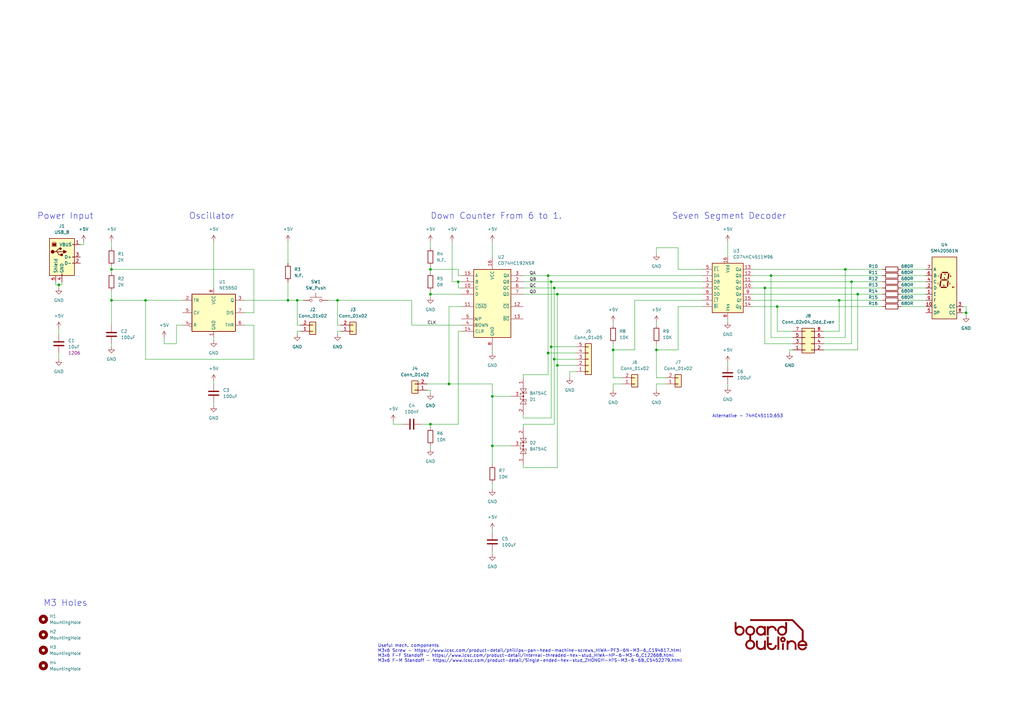
<source format=kicad_sch>
(kicad_sch (version 20230121) (generator eeschema)
  (paper "A3")
  (title_block (title "SMD Solder Tutorial Dice ") (date "2024-04-24") (rev "V1.0"))
  (lib_symbols
    (symbol "4xxx_IEEE:4511"
      (property "Reference" "U" (at 8.89 11.43 0))
      (property "Value" "4511" (at 8.89 -11.43 0))
      (symbol "4511_1_1"
        (pin input line (at -10.16 2.54 0) (length 3.81) (name "DB") (number "1"))
        (pin output line (at 10.16 0 180) (length 3.81) (name "Qd") (number "10"))
        (pin output line (at 10.16 2.54 180) (length 3.81) (name "Qc") (number "11"))
        (pin output line (at 10.16 5.08 180) (length 3.81) (name "Qb") (number "12"))
        (pin output line (at 10.16 7.62 180) (length 3.81) (name "Qa") (number "13"))
        (pin output line (at 10.16 -7.62 180) (length 3.81) (name "Qg") (number "14"))
        (pin output line (at 10.16 -5.08 180) (length 3.81) (name "Qf") (number "15"))
        (pin power_in line (at 0 12.7 270) (length 2.54) (name "Vdd") (number "16"))
        (pin input line (at -10.16 0 0) (length 3.81) (name "DC") (number "2"))
        (pin input line (at -10.16 -5.08 0) (length 3.81) (name "~{LT}") (number "3"))
        (pin input line (at -10.16 -7.62 0) (length 3.81) (name "~{BI}") (number "4"))
        (pin input line (at -10.16 7.62 0) (length 3.81) (name "~{EL}") (number "5"))
        (pin input line (at -10.16 -2.54 0) (length 3.81) (name "DD") (number "6"))
        (pin input line (at -10.16 5.08 0) (length 3.81) (name "DA") (number "7"))
        (pin power_in line (at 0 -12.7 90) (length 2.54) (name "Vss") (number "8"))
        (pin output line (at 10.16 -2.54 180) (length 3.81) (name "Qe") (number "9"))
      )
    )
    (symbol "74xx:74LS192"
      (property "Reference" "U" (at -7.62 13.97 0))
      (property "Value" "74LS192" (at 5.08 13.97 0))
      (symbol "74LS192_1_0"
        (pin input line (at -12.7 7.62 0) (length 5.08) (name "B") (number "1"))
        (pin input line (at -12.7 5.08 0) (length 5.08) (name "C") (number "10"))
        (pin input line (at -12.7 -2.54 0) (length 5.08) (name "~{LOAD}") (number "11"))
        (pin output line (at 12.7 -2.54 180) (length 5.08) (name "~{CO}") (number "12"))
        (pin output line (at 12.7 -7.62 180) (length 5.08) (name "~{BO}") (number "13"))
        (pin input line (at -12.7 -12.7 0) (length 5.08) (name "CLR") (number "14"))
        (pin input line (at -12.7 10.16 0) (length 5.08) (name "A") (number "15"))
        (pin power_in line (at 0 17.78 270) (length 5.08) (name "VCC") (number "16"))
        (pin output line (at 12.7 7.62 180) (length 5.08) (name "QB") (number "2"))
        (pin output line (at 12.7 10.16 180) (length 5.08) (name "QA") (number "3"))
        (pin input clock (at -12.7 -10.16 0) (length 5.08) (name "DOWN") (number "4"))
        (pin input clock (at -12.7 -7.62 0) (length 5.08) (name "UP") (number "5"))
        (pin output line (at 12.7 5.08 180) (length 5.08) (name "QC") (number "6"))
        (pin output line (at 12.7 2.54 180) (length 5.08) (name "QD") (number "7"))
        (pin power_in line (at 0 -20.32 90) (length 5.08) (name "GND") (number "8"))
        (pin input line (at -12.7 2.54 0) (length 5.08) (name "D") (number "9"))
      )
    )
    (symbol "Connector:USB_B" (pin_names (offset 1.016))
      (property "Reference" "J" (at -5.08 11.43 0))
      (property "Value" "USB_B" (at -5.08 8.89 0))
      (symbol "USB_B_1_1"
        (pin power_out line (at 7.62 5.08 180) (length 2.54) (name "VBUS") (number "1"))
        (pin bidirectional line (at 7.62 -2.54 180) (length 2.54) (name "D-") (number "2"))
        (pin bidirectional line (at 7.62 0 180) (length 2.54) (name "D+") (number "3"))
        (pin power_out line (at 0 -10.16 90) (length 2.54) (name "GND") (number "4"))
        (pin passive line (at -2.54 -10.16 90) (length 2.54) (name "Shield") (number "5"))
      )
    )
    (symbol "Connector_Generic:Conn_01x02" (pin_names (offset 1.016) hide)
      (property "Reference" "J" (at 0 2.54 0))
      (property "Value" "Conn_01x02" (at 0 -5.08 0))
      (symbol "Conn_01x02_1_1"
        (pin passive line (at -5.08 0 0) (length 3.81) (name "Pin_1") (number "1"))
        (pin passive line (at -5.08 -2.54 0) (length 3.81) (name "Pin_2") (number "2"))
      )
    )
    (symbol "Connector_Generic:Conn_01x05" (pin_names (offset 1.016) hide)
      (property "Reference" "J" (at 0 7.62 0))
      (property "Value" "Conn_01x05" (at 0 -7.62 0))
      (symbol "Conn_01x05_1_1"
        (pin passive line (at -5.08 5.08 0) (length 3.81) (name "Pin_1") (number "1"))
        (pin passive line (at -5.08 2.54 0) (length 3.81) (name "Pin_2") (number "2"))
        (pin passive line (at -5.08 0 0) (length 3.81) (name "Pin_3") (number "3"))
        (pin passive line (at -5.08 -2.54 0) (length 3.81) (name "Pin_4") (number "4"))
        (pin passive line (at -5.08 -5.08 0) (length 3.81) (name "Pin_5") (number "5"))
      )
    )
    (symbol "Connector_Generic:Conn_02x04_Odd_Even" (pin_names (offset 1.016) hide)
      (property "Reference" "J" (at 1.27 5.08 0))
      (property "Value" "Conn_02x04_Odd_Even" (at 1.27 -7.62 0))
      (symbol "Conn_02x04_Odd_Even_1_1"
        (pin passive line (at -5.08 2.54 0) (length 3.81) (name "Pin_1") (number "1"))
        (pin passive line (at 7.62 2.54 180) (length 3.81) (name "Pin_2") (number "2"))
        (pin passive line (at -5.08 0 0) (length 3.81) (name "Pin_3") (number "3"))
        (pin passive line (at 7.62 0 180) (length 3.81) (name "Pin_4") (number "4"))
        (pin passive line (at -5.08 -2.54 0) (length 3.81) (name "Pin_5") (number "5"))
        (pin passive line (at 7.62 -2.54 180) (length 3.81) (name "Pin_6") (number "6"))
        (pin passive line (at -5.08 -5.08 0) (length 3.81) (name "Pin_7") (number "7"))
        (pin passive line (at 7.62 -5.08 180) (length 3.81) (name "Pin_8") (number "8"))
      )
    )
    (symbol "Device:C" (pin_numbers hide) (pin_names (offset 0.254))
      (property "Reference" "C" (at 0.635 2.54 0))
      (property "Value" "C" (at 0.635 -2.54 0))
      (symbol "C_1_1"
        (pin passive line (at 0 3.81 270) (length 2.794) (name "~") (number "1"))
        (pin passive line (at 0 -3.81 90) (length 2.794) (name "~") (number "2"))
      )
    )
    (symbol "Device:R" (pin_numbers hide) (pin_names (offset 0))
      (property "Reference" "R" (at 2.032 0 90))
      (property "Value" "R" (at 0 0 90))
      (symbol "R_1_1"
        (pin passive line (at 0 3.81 270) (length 1.27) (name "~") (number "1"))
        (pin passive line (at 0 -3.81 90) (length 1.27) (name "~") (number "2"))
      )
    )
    (symbol "Diode:BAT54C" (pin_names (offset 1.016))
      (property "Reference" "D" (at 0.635 -3.81 0))
      (property "Value" "BAT54C" (at -6.35 3.175 0))
      (symbol "BAT54C_1_1"
        (pin passive line (at -7.62 0 0) (length 3.81) (name "~") (number "1"))
        (pin passive line (at 7.62 0 180) (length 3.81) (name "~") (number "2"))
        (pin passive line (at 0 -5.08 90) (length 5.08) (name "~") (number "3"))
      )
    )
    (symbol "Display_Character:SM420561N"
      (property "Reference" "U" (at -2.54 13.97 0))
      (property "Value" "SM420561N" (at 1.27 13.97 0))
      (symbol "SM420561N_0_0"
        (text "A" (at 0.254 5.588 0) (effects (font (size 0.508 0.508))))
        (text "B" (at 2.54 4.826 0) (effects (font (size 0.508 0.508))))
        (text "C" (at 2.286 1.778 0) (effects (font (size 0.508 0.508))))
        (text "D" (at -0.254 1.016 0) (effects (font (size 0.508 0.508))))
        (text "DP" (at 3.556 0.254 0) (effects (font (size 0.508 0.508))))
        (text "E" (at -2.54 1.778 0) (effects (font (size 0.508 0.508))))
        (text "F" (at -2.286 4.826 0) (effects (font (size 0.508 0.508))))
        (text "G" (at 0 4.064 0) (effects (font (size 0.508 0.508))))
      )
      (symbol "SM420561N_1_1"
        (pin input line (at -7.62 -2.54 0) (length 2.54) (name "E") (number "1"))
        (pin input line (at -7.62 -7.62 0) (length 2.54) (name "G") (number "10"))
        (pin input line (at -7.62 0 0) (length 2.54) (name "D") (number "2"))
        (pin input line (at 7.62 -7.62 180) (length 2.54) (name "CC") (number "3"))
        (pin input line (at -7.62 2.54 0) (length 2.54) (name "C") (number "4"))
        (pin input line (at -7.62 -10.16 0) (length 2.54) (name "DP") (number "5"))
        (pin input line (at -7.62 5.08 0) (length 2.54) (name "B") (number "6"))
        (pin input line (at -7.62 7.62 0) (length 2.54) (name "A") (number "7"))
        (pin input line (at 7.62 -10.16 180) (length 2.54) (name "CC") (number "8"))
        (pin input line (at -7.62 -5.08 0) (length 2.54) (name "F") (number "9"))
      )
    )
    (symbol "Logo:Board Outline Logo" (pin_numbers hide) (pin_names (offset 1.016) hide) (in_bom no))
    (symbol "Mechanical:MountingHole" (pin_names (offset 1.016))
      (property "Reference" "H" (at 0 5.08 0))
      (property "Value" "MountingHole" (at 0 3.175 0))
    )
    (symbol "Switch:SW_Push" (pin_numbers hide) (pin_names (offset 1.016) hide)
      (property "Reference" "SW" (at 1.27 2.54 0))
      (property "Value" "SW_Push" (at 0 -1.524 0))
      (symbol "SW_Push_0_1"
        (pin passive line (at -5.08 0 0) (length 2.54) (name "1") (number "1"))
        (pin passive line (at 5.08 0 180) (length 2.54) (name "2") (number "2"))
      )
    )
    (symbol "Timer:NE555D"
      (property "Reference" "U" (at -10.16 8.89 0))
      (property "Value" "NE555D" (at 2.54 8.89 0))
      (symbol "NE555D_0_0"
        (pin power_in line (at 0 -10.16 90) (length 2.54) (name "GND") (number "1"))
        (pin power_in line (at 0 10.16 270) (length 2.54) (name "VCC") (number "8"))
      )
      (symbol "NE555D_1_1"
        (pin input line (at -12.7 5.08 0) (length 3.81) (name "TR") (number "2"))
        (pin output line (at 12.7 5.08 180) (length 3.81) (name "Q") (number "3"))
        (pin input inverted (at -12.7 -5.08 0) (length 3.81) (name "R") (number "4"))
        (pin input line (at -12.7 0 0) (length 3.81) (name "CV") (number "5"))
        (pin input line (at 12.7 -5.08 180) (length 3.81) (name "THR") (number "6"))
        (pin input line (at 12.7 0 180) (length 3.81) (name "DIS") (number "7"))
      )
    )
    (symbol "power:+5V" (power) (pin_names (offset 0))
      (property "Value" "+5V" (at 0 3.556 0))
      (symbol "+5V_1_1"
        (pin power_in line (at 0 0 90) (length 0) hide (name "+5V") (number "1"))
      )
    )
    (symbol "power:GND" (power) (pin_names (offset 0))
      (property "Value" "GND" (at 0 -3.81 0))
      (symbol "GND_1_1"
        (pin power_in line (at 0 0 270) (length 0) hide (name "GND") (number "1"))
      )
    )
  )
  (junction (at 228.6 149.86))
  (junction (at 45.72 123.19))
  (junction (at 118.11 123.19))
  (junction (at 201.93 182.88))
  (junction (at 224.79 144.78))
  (junction (at 121.92 123.19))
  (junction (at 344.17 123.19))
  (junction (at 176.53 110.49))
  (junction (at 138.43 123.19))
  (junction (at 228.6 120.65))
  (junction (at 269.24 143.51))
  (junction (at 226.06 115.57))
  (junction (at 349.25 115.57))
  (junction (at 176.53 120.65))
  (junction (at 227.33 147.32))
  (junction (at 187.96 115.57))
  (junction (at 226.06 142.24))
  (junction (at 318.77 125.73))
  (junction (at 346.71 110.49))
  (junction (at 396.24 128.27))
  (junction (at 176.53 173.99))
  (junction (at 316.23 113.03))
  (junction (at 201.93 162.56))
  (junction (at 59.69 123.19))
  (junction (at 184.15 157.48))
  (junction (at 351.79 120.65))
  (junction (at 224.79 113.03))
  (junction (at 24.13 116.84))
  (junction (at 227.33 118.11))
  (junction (at 313.69 118.11))
  (junction (at 45.72 110.49))
  (junction (at 251.46 143.51))
  (wire (pts (xy 185.42 99.06) (xy 185.42 115.57)))
  (wire (pts (xy 121.92 123.19) (xy 124.46 123.19)))
  (wire (pts (xy 269.24 157.48) (xy 273.05 157.48)))
  (wire (pts (xy 269.24 143.51) (xy 269.24 154.94)))
  (wire (pts (xy 176.53 120.65) (xy 189.23 120.65)))
  (wire (pts (xy 228.6 149.86) (xy 228.6 191.77)))
  (wire (pts (xy 34.29 99.06) (xy 34.29 100.33)))
  (wire (pts (xy 67.31 138.43) (xy 67.31 140.97)))
  (wire (pts (xy 369.57 110.49) (xy 379.73 110.49)))
  (wire (pts (xy 346.71 138.43) (xy 346.71 110.49)))
  (wire (pts (xy 121.92 133.35) (xy 121.92 123.19)))
  (wire (pts (xy 214.63 170.18) (xy 214.63 171.45)))
  (wire (pts (xy 278.13 125.73) (xy 278.13 143.51)))
  (wire (pts (xy 104.14 128.27) (xy 104.14 110.49)))
  (wire (pts (xy 161.29 173.99) (xy 165.1 173.99)))
  (wire (pts (xy 139.7 133.35) (xy 138.43 133.35)))
  (wire (pts (xy 176.53 109.22) (xy 176.53 110.49)))
  (wire (pts (xy 337.82 135.89) (xy 344.17 135.89)))
  (wire (pts (xy 227.33 147.32) (xy 236.22 147.32)))
  (wire (pts (xy 121.92 135.89) (xy 121.92 137.16)))
  (wire (pts (xy 168.91 133.35) (xy 189.23 133.35)))
  (wire (pts (xy 318.77 125.73) (xy 361.95 125.73)))
  (wire (pts (xy 396.24 125.73) (xy 396.24 128.27)))
  (wire (pts (xy 349.25 140.97) (xy 349.25 115.57)))
  (wire (pts (xy 176.53 121.92) (xy 176.53 120.65)))
  (wire (pts (xy 227.33 147.32) (xy 227.33 173.99)))
  (wire (pts (xy 228.6 191.77) (xy 214.63 191.77)))
  (wire (pts (xy 344.17 123.19) (xy 361.95 123.19)))
  (wire (pts (xy 67.31 140.97) (xy 72.39 140.97)))
  (wire (pts (xy 45.72 110.49) (xy 45.72 111.76)))
  (wire (pts (xy 187.96 118.11) (xy 189.23 118.11)))
  (wire (pts (xy 251.46 157.48) (xy 255.27 157.48)))
  (wire (pts (xy 123.19 133.35) (xy 121.92 133.35)))
  (wire (pts (xy 214.63 153.67) (xy 214.63 154.94)))
  (wire (pts (xy 269.24 157.48) (xy 269.24 160.02)))
  (wire (pts (xy 251.46 143.51) (xy 260.35 143.51)))
  (wire (pts (xy 269.24 101.6) (xy 269.24 104.14)))
  (wire (pts (xy 214.63 191.77) (xy 214.63 190.5)))
  (wire (pts (xy 24.13 134.62) (xy 24.13 137.16)))
  (wire (pts (xy 233.68 152.4) (xy 233.68 154.94)))
  (wire (pts (xy 396.24 128.27) (xy 394.97 128.27)))
  (wire (pts (xy 313.69 140.97) (xy 313.69 118.11)))
  (wire (pts (xy 100.33 133.35) (xy 104.14 133.35)))
  (wire (pts (xy 201.93 157.48) (xy 201.93 162.56)))
  (wire (pts (xy 201.93 217.17) (xy 201.93 218.44)))
  (wire (pts (xy 214.63 120.65) (xy 228.6 120.65)))
  (wire (pts (xy 269.24 143.51) (xy 278.13 143.51)))
  (wire (pts (xy 138.43 133.35) (xy 138.43 123.19)))
  (wire (pts (xy 323.85 143.51) (xy 323.85 144.78)))
  (wire (pts (xy 87.63 99.06) (xy 87.63 118.11)))
  (wire (pts (xy 325.12 135.89) (xy 318.77 135.89)))
  (wire (pts (xy 227.33 118.11) (xy 227.33 147.32)))
  (wire (pts (xy 298.45 157.48) (xy 298.45 158.75)))
  (wire (pts (xy 214.63 113.03) (xy 224.79 113.03)))
  (wire (pts (xy 251.46 157.48) (xy 251.46 160.02)))
  (wire (pts (xy 184.15 157.48) (xy 201.93 157.48)))
  (wire (pts (xy 226.06 115.57) (xy 226.06 142.24)))
  (wire (pts (xy 273.05 154.94) (xy 269.24 154.94)))
  (wire (pts (xy 228.6 120.65) (xy 288.29 120.65)))
  (wire (pts (xy 337.82 138.43) (xy 346.71 138.43)))
  (wire (pts (xy 396.24 128.27) (xy 396.24 129.54)))
  (wire (pts (xy 227.33 118.11) (xy 288.29 118.11)))
  (wire (pts (xy 251.46 143.51) (xy 251.46 154.94)))
  (wire (pts (xy 209.55 182.88) (xy 201.93 182.88)))
  (wire (pts (xy 138.43 135.89) (xy 138.43 137.16)))
  (wire (pts (xy 201.93 99.06) (xy 201.93 105.41)))
  (wire (pts (xy 214.63 115.57) (xy 226.06 115.57)))
  (wire (pts (xy 201.93 162.56) (xy 201.93 182.88)))
  (wire (pts (xy 45.72 99.06) (xy 45.72 101.6)))
  (wire (pts (xy 214.63 171.45) (xy 226.06 171.45)))
  (wire (pts (xy 308.61 125.73) (xy 318.77 125.73)))
  (wire (pts (xy 251.46 132.08) (xy 251.46 133.35)))
  (wire (pts (xy 185.42 115.57) (xy 187.96 115.57)))
  (wire (pts (xy 308.61 115.57) (xy 349.25 115.57)))
  (wire (pts (xy 22.86 115.57) (xy 22.86 116.84)))
  (wire (pts (xy 118.11 123.19) (xy 121.92 123.19)))
  (wire (pts (xy 288.29 123.19) (xy 260.35 123.19)))
  (wire (pts (xy 100.33 123.19) (xy 118.11 123.19)))
  (wire (pts (xy 369.57 120.65) (xy 379.73 120.65)))
  (wire (pts (xy 34.29 100.33) (xy 33.02 100.33)))
  (wire (pts (xy 325.12 143.51) (xy 323.85 143.51)))
  (wire (pts (xy 224.79 144.78) (xy 236.22 144.78)))
  (wire (pts (xy 369.57 123.19) (xy 379.73 123.19)))
  (wire (pts (xy 59.69 123.19) (xy 74.93 123.19)))
  (wire (pts (xy 87.63 156.21) (xy 87.63 157.48)))
  (wire (pts (xy 134.62 123.19) (xy 138.43 123.19)))
  (wire (pts (xy 189.23 113.03) (xy 187.96 113.03)))
  (wire (pts (xy 226.06 142.24) (xy 236.22 142.24)))
  (wire (pts (xy 298.45 132.08) (xy 298.45 130.81)))
  (wire (pts (xy 87.63 139.7) (xy 87.63 138.43)))
  (wire (pts (xy 176.53 120.65) (xy 176.53 119.38)))
  (wire (pts (xy 187.96 115.57) (xy 187.96 118.11)))
  (wire (pts (xy 351.79 143.51) (xy 351.79 120.65)))
  (wire (pts (xy 214.63 175.26) (xy 214.63 173.99)))
  (wire (pts (xy 187.96 110.49) (xy 176.53 110.49)))
  (wire (pts (xy 308.61 123.19) (xy 344.17 123.19)))
  (wire (pts (xy 187.96 135.89) (xy 187.96 173.99)))
  (wire (pts (xy 45.72 123.19) (xy 45.72 133.35)))
  (wire (pts (xy 298.45 99.06) (xy 298.45 105.41)))
  (wire (pts (xy 176.53 160.02) (xy 176.53 161.29)))
  (wire (pts (xy 313.69 118.11) (xy 361.95 118.11)))
  (wire (pts (xy 176.53 173.99) (xy 172.72 173.99)))
  (wire (pts (xy 201.93 162.56) (xy 209.55 162.56)))
  (wire (pts (xy 325.12 140.97) (xy 313.69 140.97)))
  (wire (pts (xy 278.13 101.6) (xy 278.13 110.49)))
  (wire (pts (xy 176.53 184.15) (xy 176.53 182.88)))
  (wire (pts (xy 298.45 148.59) (xy 298.45 149.86)))
  (wire (pts (xy 25.4 115.57) (xy 25.4 116.84)))
  (wire (pts (xy 45.72 109.22) (xy 45.72 110.49)))
  (wire (pts (xy 22.86 116.84) (xy 24.13 116.84)))
  (wire (pts (xy 45.72 123.19) (xy 59.69 123.19)))
  (wire (pts (xy 316.23 138.43) (xy 316.23 113.03)))
  (wire (pts (xy 187.96 115.57) (xy 189.23 115.57)))
  (wire (pts (xy 184.15 157.48) (xy 184.15 125.73)))
  (wire (pts (xy 337.82 143.51) (xy 351.79 143.51)))
  (wire (pts (xy 260.35 123.19) (xy 260.35 143.51)))
  (wire (pts (xy 236.22 152.4) (xy 233.68 152.4)))
  (wire (pts (xy 201.93 200.66) (xy 201.93 198.12)))
  (wire (pts (xy 138.43 123.19) (xy 168.91 123.19)))
  (wire (pts (xy 176.53 173.99) (xy 176.53 175.26)))
  (wire (pts (xy 104.14 147.32) (xy 59.69 147.32)))
  (wire (pts (xy 118.11 99.06) (xy 118.11 107.95)))
  (wire (pts (xy 24.13 116.84) (xy 25.4 116.84)))
  (wire (pts (xy 269.24 101.6) (xy 278.13 101.6)))
  (wire (pts (xy 308.61 118.11) (xy 313.69 118.11)))
  (wire (pts (xy 224.79 144.78) (xy 224.79 153.67)))
  (wire (pts (xy 176.53 173.99) (xy 187.96 173.99)))
  (wire (pts (xy 346.71 110.49) (xy 361.95 110.49)))
  (wire (pts (xy 214.63 153.67) (xy 224.79 153.67)))
  (wire (pts (xy 351.79 120.65) (xy 361.95 120.65)))
  (wire (pts (xy 308.61 120.65) (xy 351.79 120.65)))
  (wire (pts (xy 45.72 110.49) (xy 104.14 110.49)))
  (wire (pts (xy 175.26 157.48) (xy 184.15 157.48)))
  (wire (pts (xy 288.29 110.49) (xy 278.13 110.49)))
  (wire (pts (xy 161.29 172.72) (xy 161.29 173.99)))
  (wire (pts (xy 176.53 110.49) (xy 176.53 111.76)))
  (wire (pts (xy 45.72 140.97) (xy 45.72 142.24)))
  (wire (pts (xy 87.63 165.1) (xy 87.63 166.37)))
  (wire (pts (xy 316.23 113.03) (xy 361.95 113.03)))
  (wire (pts (xy 24.13 116.84) (xy 24.13 118.11)))
  (wire (pts (xy 308.61 113.03) (xy 316.23 113.03)))
  (wire (pts (xy 308.61 110.49) (xy 346.71 110.49)))
  (wire (pts (xy 187.96 113.03) (xy 187.96 110.49)))
  (wire (pts (xy 184.15 125.73) (xy 189.23 125.73)))
  (wire (pts (xy 349.25 115.57) (xy 361.95 115.57)))
  (wire (pts (xy 201.93 182.88) (xy 201.93 190.5)))
  (wire (pts (xy 251.46 140.97) (xy 251.46 143.51)))
  (wire (pts (xy 224.79 113.03) (xy 288.29 113.03)))
  (wire (pts (xy 369.57 115.57) (xy 379.73 115.57)))
  (wire (pts (xy 344.17 135.89) (xy 344.17 123.19)))
  (wire (pts (xy 201.93 226.06) (xy 201.93 227.33)))
  (wire (pts (xy 118.11 115.57) (xy 118.11 123.19)))
  (wire (pts (xy 214.63 173.99) (xy 227.33 173.99)))
  (wire (pts (xy 24.13 147.32) (xy 24.13 144.78)))
  (wire (pts (xy 201.93 144.78) (xy 201.93 143.51)))
  (wire (pts (xy 269.24 132.08) (xy 269.24 133.35)))
  (wire (pts (xy 72.39 133.35) (xy 74.93 133.35)))
  (wire (pts (xy 45.72 119.38) (xy 45.72 123.19)))
  (wire (pts (xy 189.23 135.89) (xy 187.96 135.89)))
  (wire (pts (xy 104.14 133.35) (xy 104.14 147.32)))
  (wire (pts (xy 337.82 140.97) (xy 349.25 140.97)))
  (wire (pts (xy 214.63 118.11) (xy 227.33 118.11)))
  (wire (pts (xy 176.53 99.06) (xy 176.53 101.6)))
  (wire (pts (xy 255.27 154.94) (xy 251.46 154.94)))
  (wire (pts (xy 226.06 142.24) (xy 226.06 171.45)))
  (wire (pts (xy 228.6 149.86) (xy 236.22 149.86)))
  (wire (pts (xy 228.6 120.65) (xy 228.6 149.86)))
  (wire (pts (xy 325.12 138.43) (xy 316.23 138.43)))
  (wire (pts (xy 394.97 125.73) (xy 396.24 125.73)))
  (wire (pts (xy 59.69 147.32) (xy 59.69 123.19)))
  (wire (pts (xy 72.39 133.35) (xy 72.39 140.97)))
  (wire (pts (xy 175.26 160.02) (xy 176.53 160.02)))
  (wire (pts (xy 278.13 125.73) (xy 288.29 125.73)))
  (wire (pts (xy 226.06 115.57) (xy 288.29 115.57)))
  (wire (pts (xy 369.57 118.11) (xy 379.73 118.11)))
  (wire (pts (xy 269.24 140.97) (xy 269.24 143.51)))
  (wire (pts (xy 318.77 135.89) (xy 318.77 125.73)))
  (wire (pts (xy 123.19 135.89) (xy 121.92 135.89)))
  (wire (pts (xy 168.91 123.19) (xy 168.91 133.35)))
  (wire (pts (xy 224.79 113.03) (xy 224.79 144.78)))
  (wire (pts (xy 100.33 128.27) (xy 104.14 128.27)))
  (wire (pts (xy 369.57 113.03) (xy 379.73 113.03)))
  (wire (pts (xy 139.7 135.89) (xy 138.43 135.89)))
  (wire (pts (xy 369.57 125.73) (xy 379.73 125.73)))
  (text "Power Input\n" (at 15.24 90.17 0) (effects (font (size 2.56 2.56)) (justify left bottom)))
  (text "Useful mech. components\nM3x6 Screw - https://www.lcsc.com/product-detail/phillips-pan-head-machine-screws_HIWA-PF3-6N-M3-6_C194617.html\nM3x6 F-F Standoff - https://www.lcsc.com/product-detail/internal-threaded-hex-stud_HIWA-HP-6-M3-6_C122668.html\nM3x6 F-M Standoff - https://www.lcsc.com/product-detail/Single-ended-hex-stud_ZHONGYI-HTS-M3-6-6B_C5452279.html " (at 154.94 271.78 0) (effects (font (size 1.27 1.27)) (justify left bottom)))
  (text "Alternative - 74HC4511D,653" (at 292.1 171.45 0) (effects (font (size 1.27 1.27)) (justify left bottom)))
  (text "M3 Holes\n" (at 17.78 248.92 0) (effects (font (size 2.56 2.56)) (justify left bottom)))
  (text "Seven Segment Decoder\n" (at 275.59 90.17 0) (effects (font (size 2.56 2.56)) (justify left bottom)))
  (text "Oscillator" (at 77.47 90.17 0) (effects (font (size 2.56 2.56)) (justify left bottom)))
  (text "Down Counter From 6 to 1." (at 176.53 90.17 0) (effects (font (size 2.56 2.56)) (justify left bottom)))
  (label "QA" (at 217.17 113.03 0))
  (label "QB" (at 217.17 115.57 0))
  (label "QD" (at 217.17 120.65 0))
  (label "QC" (at 217.17 118.11 0))
  (label "CLK" (at 175.26 133.35 0))
  (symbol (lib_id "power:+5V") (at 201.93 217.17 0) (unit 1)
    (property "Reference" "#PWR024" (effects hide))
    (property "Value" "+5V" (at 201.93 212.09 0))
  )
  (symbol (lib_id "power:+5V") (at 161.29 172.72 0) (unit 1)
    (property "Reference" "#PWR015" (effects hide))
    (property "Value" "+5V" (at 161.29 167.64 0))
  )
  (symbol (lib_id "Device:R") (at 365.76 113.03 90) (unit 1)
    (property "Reference" "R11" (at 358.14 111.76 90))
    (property "Value" "680R" (at 372.11 111.76 90))
    (property "Footprint" "Resistor_SMD:R_0805_2012Metric_Pad1.20x1.40mm_HandSolder" (effects hide))
    (property "Size" "0805" (effects hide))
  )
  (symbol (lib_id "Device:R") (at 269.24 137.16 0) (unit 1)
    (property "Reference" "R9" (at 271.78 135.89 0) (effects (justify left)))
    (property "Value" "10K" (at 271.78 138.43 0) (effects (justify left)))
    (property "Footprint" "Resistor_SMD:R_0805_2012Metric_Pad1.20x1.40mm_HandSolder" (effects hide))
    (property "Size" "0805" (effects hide))
  )
  (symbol (lib_id "power:+5V") (at 298.45 148.59 0) (unit 1)
    (property "Reference" "#PWR034" (effects hide))
    (property "Value" "+5V" (at 298.45 143.51 0))
  )
  (symbol (lib_id "Connector_Generic:Conn_02x04_Odd_Even") (at 330.2 140.97 0) (mirror x) (unit 1)
    (property "Reference" "J8" (at 331.47 129.54 0))
    (property "Value" "Conn_02x04_Odd_Even" (at 331.47 132.08 0))
    (property "Footprint" "Connector_PinHeader_2.54mm:PinHeader_2x04_P2.54mm_Vertical" (effects hide))
  )
  (symbol (lib_id "Device:R") (at 251.46 137.16 0) (unit 1)
    (property "Reference" "R8" (at 254 135.89 0) (effects (justify left)))
    (property "Value" "10K" (at 254 138.43 0) (effects (justify left)))
    (property "Footprint" "Resistor_SMD:R_0805_2012Metric_Pad1.20x1.40mm_HandSolder" (effects hide))
    (property "Size" "0805" (effects hide))
  )
  (symbol (lib_id "Mechanical:MountingHole") (at 17.78 260.35 0) (unit 1)
    (property "Reference" "H2" (at 20.32 259.08 0) (effects (justify left)))
    (property "Value" "MountingHole" (at 20.32 261.62 0) (effects (justify left)))
    (property "Footprint" "MountingHole:MountingHole_3.2mm_M3_DIN965" (effects hide))
  )
  (symbol (lib_id "power:+5V") (at 87.63 156.21 0) (unit 1)
    (property "Reference" "#PWR010" (effects hide))
    (property "Value" "+5V" (at 87.63 151.13 0))
  )
  (symbol (lib_id "Connector:USB_B") (at 25.4 105.41 0) (unit 1)
    (property "Reference" "J1" (at 25.4 92.71 0))
    (property "Value" "USB_B" (at 25.4 95.25 0))
    (property "Footprint" "Connector_USB:USB_B_OST_USB-B1HSxx_Horizontal" (effects hide))
    (property "Datasheet" " ~" (effects hide))
    (property "Manufacturer" "XUNPU" (effects hide))
    (property "Manufacturer Part Number" "USB-B10-BRW" (effects hide))
    (property "Distributor Link" "https://www.lcsc.com/product-detail/USB-Connectors_XUNPU-USB-B10-BRW_C720549.html" (effects hide))
  )
  (symbol (lib_id "power:GND") (at 87.63 139.7 0) (unit 1)
    (property "Reference" "#PWR09" (effects hide))
    (property "Value" "GND" (at 87.63 144.78 0))
  )
  (symbol (lib_id "power:GND") (at 45.72 142.24 0) (unit 1)
    (property "Reference" "#PWR06" (effects hide))
    (property "Value" "GND" (at 45.72 147.32 0))
  )
  (symbol (lib_id "power:GND") (at 396.24 129.54 0) (unit 1)
    (property "Reference" "#PWR037" (effects hide))
    (property "Value" "GND" (at 396.24 134.62 0))
  )
  (symbol (lib_id "power:GND") (at 269.24 160.02 0) (unit 1)
    (property "Reference" "#PWR031" (effects hide))
    (property "Value" "GND" (at 269.24 165.1 0))
  )
  (symbol (lib_id "power:GND") (at 298.45 132.08 0) (unit 1)
    (property "Reference" "#PWR033" (effects hide))
    (property "Value" "GND" (at 298.45 137.16 0))
  )
  (symbol (lib_id "power:+5V") (at 118.11 99.06 0) (unit 1)
    (property "Reference" "#PWR012" (effects hide))
    (property "Value" "+5V" (at 118.11 93.98 0))
  )
  (symbol (lib_id "Device:R") (at 176.53 105.41 0) (unit 1)
    (property "Reference" "R4" (at 179.07 104.14 0) (effects (justify left)))
    (property "Value" "N.F." (at 179.07 106.68 0) (effects (justify left)))
    (property "Footprint" "Resistor_SMD:R_0805_2012Metric_Pad1.20x1.40mm_HandSolder" (effects hide))
    (property "Size" "0805" (effects hide))
  )
  (symbol (lib_id "power:+5V") (at 269.24 132.08 0) (unit 1)
    (property "Reference" "#PWR030" (effects hide))
    (property "Value" "+5V" (at 269.24 127 0))
  )
  (symbol (lib_id "Display_Character:SM420561N") (at 387.35 118.11 0) (unit 1)
    (property "Reference" "U4" (at 387.35 100.33 0))
    (property "Value" "SM420561N" (at 387.35 102.87 0))
    (property "Footprint" "Display_7Segment:7SegmentLED_LTS6760_LTS6780" (effects hide))
    (property "Datasheet" "https://datasheet.lcsc.com/szlcsc/Wuxi-ARK-Tech-Elec-SM420561N_C141367.pdf" (effects hide))
    (property "Distributor Link" "https://www.lcsc.com/product-detail/LED-Segment-Displays_ARKLED-Wuxi-ARK-Tech-Elec-SM420561N_C141367.html" (effects hide))
    (property "Manufacturer" "ARKLED(Wuxi ARK Tech Elec)" (effects hide))
    (property "Manufacturer Part Number" "SM420561N" (effects hide))
  )
  (symbol (lib_id "power:GND") (at 251.46 160.02 0) (unit 1)
    (property "Reference" "#PWR028" (effects hide))
    (property "Value" "GND" (at 251.46 165.1 0))
  )
  (symbol (lib_id "Device:R") (at 176.53 115.57 0) (unit 1)
    (property "Reference" "R5" (at 179.07 114.3 0) (effects (justify left)))
    (property "Value" "0R" (at 179.07 116.84 0) (effects (justify left)))
    (property "Footprint" "Resistor_SMD:R_0805_2012Metric_Pad1.20x1.40mm_HandSolder" (effects hide))
    (property "Size" "0805" (effects hide))
  )
  (symbol (lib_id "Device:R") (at 365.76 120.65 90) (unit 1)
    (property "Reference" "R14" (at 358.14 119.38 90))
    (property "Value" "680R" (at 372.11 119.38 90))
    (property "Footprint" "Resistor_SMD:R_0805_2012Metric_Pad1.20x1.40mm_HandSolder" (effects hide))
    (property "Size" "0805" (effects hide))
  )
  (symbol (lib_id "Device:R") (at 365.76 110.49 90) (unit 1)
    (property "Reference" "R10" (at 358.14 109.22 90))
    (property "Value" "680R" (at 372.11 109.22 90))
    (property "Footprint" "Resistor_SMD:R_0805_2012Metric_Pad1.20x1.40mm_HandSolder" (effects hide))
    (property "Size" "0805" (effects hide))
  )
  (symbol (lib_id "Connector_Generic:Conn_01x02") (at 144.78 135.89 0) (mirror x) (unit 1)
    (property "Reference" "J3" (at 144.78 127 0))
    (property "Value" "Conn_01x02" (at 144.78 129.54 0))
    (property "Footprint" "Connector_PinHeader_2.54mm:PinHeader_1x02_P2.54mm_Vertical" (effects hide))
  )
  (symbol (lib_id "Device:R") (at 365.76 123.19 90) (unit 1)
    (property "Reference" "R15" (at 358.14 121.92 90))
    (property "Value" "680R" (at 372.11 121.92 90))
    (property "Footprint" "Resistor_SMD:R_0805_2012Metric_Pad1.20x1.40mm_HandSolder" (effects hide))
    (property "Size" "0805" (effects hide))
  )
  (symbol (lib_id "power:+5V") (at 67.31 138.43 0) (unit 1)
    (property "Reference" "#PWR07" (effects hide))
    (property "Value" "+5V" (at 67.31 133.35 0))
  )
  (symbol (lib_id "power:GND") (at 24.13 118.11 0) (unit 1)
    (property "Reference" "#PWR01" (effects hide))
    (property "Value" "GND" (at 24.13 123.19 0))
  )
  (symbol (lib_id "Device:C") (at 168.91 173.99 90) (unit 1)
    (property "Reference" "C4" (at 168.91 166.37 90))
    (property "Value" "100nF" (at 168.91 168.91 90))
    (property "Footprint" "Capacitor_SMD:C_0805_2012Metric_Pad1.18x1.45mm_HandSolder" (effects hide))
    (property "Size" "0805" (effects hide))
  )
  (symbol (lib_id "4xxx_IEEE:4511") (at 298.45 118.11 0) (unit 1)
    (property "Reference" "U3" (at 300.6441 102.87 0) (effects (justify left)))
    (property "Value" "CD74HC4511M96" (at 300.6441 105.41 0) (effects (justify left)))
    (property "Footprint" "Package_SO:SOIC-16W_5.3x10.2mm_P1.27mm" (effects hide))
    (property "Datasheet" "https://www.ti.com/lit/ds/symlink/cd74hc4511.pdf?ts=1714793948174&ref_url=https%253A%252F%252Fwww.mouser.co.uk%252F" (effects hide))
    (property "Distributor Link" "https://www.mouser.co.uk/ProductDetail/Texas-Instruments/CD74HC4511M96?qs=xFfolx0DHx0pGqXvIQAguA%3D%3D" (effects hide))
    (property "Manufacturer" "TI" (effects hide))
    (property "Manufacturer Part Number" "CD74HC4511M96" (effects hide))
  )
  (symbol (lib_id "Device:R") (at 365.76 125.73 90) (unit 1)
    (property "Reference" "R16" (at 358.14 124.46 90))
    (property "Value" "680R" (at 372.11 124.46 90))
    (property "Footprint" "Resistor_SMD:R_0805_2012Metric_Pad1.20x1.40mm_HandSolder" (effects hide))
    (property "Size" "0805" (effects hide))
  )
  (symbol (lib_id "power:+5V") (at 24.13 134.62 0) (unit 1)
    (property "Reference" "#PWR02" (effects hide))
    (property "Value" "+5V" (at 24.13 129.54 0))
  )
  (symbol (lib_id "power:GND") (at 176.53 121.92 0) (unit 1)
    (property "Reference" "#PWR017" (effects hide))
    (property "Value" "GND" (at 176.53 127 0))
  )
  (symbol (lib_id "power:GND") (at 298.45 158.75 0) (unit 1)
    (property "Reference" "#PWR035" (effects hide))
    (property "Value" "GND" (at 298.45 163.83 0))
  )
  (symbol (lib_id "power:+5V") (at 251.46 132.08 0) (unit 1)
    (property "Reference" "#PWR027" (effects hide))
    (property "Value" "+5V" (at 251.46 127 0))
  )
  (symbol (lib_id "Device:R") (at 365.76 118.11 90) (unit 1)
    (property "Reference" "R13" (at 358.14 116.84 90))
    (property "Value" "680R" (at 372.11 116.84 90))
    (property "Footprint" "Resistor_SMD:R_0805_2012Metric_Pad1.20x1.40mm_HandSolder" (effects hide))
    (property "Size" "0805" (effects hide))
  )
  (symbol (lib_id "Device:C") (at 87.63 161.29 0) (unit 1)
    (property "Reference" "C3" (at 91.44 160.02 0) (effects (justify left)))
    (property "Value" "100uF" (at 91.44 162.56 0) (effects (justify left)))
    (property "Footprint" "Capacitor_SMD:C_0805_2012Metric_Pad1.18x1.45mm_HandSolder" (effects hide))
    (property "Size" "0805" (effects hide))
  )
  (symbol (lib_id "Connector_Generic:Conn_01x02") (at 260.35 157.48 0) (mirror x) (unit 1)
    (property "Reference" "J6" (at 260.35 148.59 0))
    (property "Value" "Conn_01x02" (at 260.35 151.13 0))
    (property "Footprint" "Connector_PinHeader_2.54mm:PinHeader_1x02_P2.54mm_Vertical" (effects hide))
  )
  (symbol (lib_id "Timer:NE555D") (at 87.63 128.27 0) (unit 1)
    (property "Reference" "U1" (at 89.8241 115.57 0) (effects (justify left)))
    (property "Value" "NE555D" (at 89.8241 118.11 0) (effects (justify left)))
    (property "Footprint" "Package_SO:SOIC-8_3.9x4.9mm_P1.27mm" (effects hide))
    (property "Datasheet" "http://www.ti.com/lit/ds/symlink/ne555.pdf" (effects hide))
    (property "Manufacturer" "JSMSEMI" (effects hide))
    (property "Manufacturer Part Number" "NE555DR-JSM" (effects hide))
    (property "Distributor Link" "https://www.lcsc.com/product-detail/Timers_JSMSEMI-NE555DR-JSM_C7529466.html" (effects hide))
  )
  (symbol (lib_id "power:GND") (at 121.92 137.16 0) (unit 1)
    (property "Reference" "#PWR013" (effects hide))
    (property "Value" "GND" (at 121.92 142.24 0))
  )
  (symbol (lib_id "power:+5V") (at 298.45 99.06 0) (unit 1)
    (property "Reference" "#PWR032" (effects hide))
    (property "Value" "+5V" (at 298.45 93.98 0))
  )
  (symbol (lib_id "power:GND") (at 323.85 144.78 0) (unit 1)
    (property "Reference" "#PWR036" (effects hide))
    (property "Value" "GND" (at 323.85 149.86 0))
  )
  (symbol (lib_id "Diode:BAT54C") (at 214.63 182.88 270) (mirror x) (unit 1)
    (property "Reference" "D2" (at 217.17 181.61 90) (effects (justify left)))
    (property "Value" "BAT54C" (at 217.17 184.15 90) (effects (justify left)))
    (property "Footprint" "Package_TO_SOT_SMD:SOT-23" (effects hide))
    (property "Datasheet" "http://www.diodes.com/_files/datasheets/ds11005.pdf" (effects hide))
  )
  (symbol (lib_id "power:GND") (at 269.24 104.14 0) (unit 1)
    (property "Reference" "#PWR029" (effects hide))
    (property "Value" "GND" (at 269.24 109.22 0))
  )
  (symbol (lib_id "Device:C") (at 298.45 153.67 0) (unit 1)
    (property "Reference" "C6" (at 302.26 152.4 0) (effects (justify left)))
    (property "Value" "100uF" (at 302.26 154.94 0) (effects (justify left)))
    (property "Footprint" "Capacitor_SMD:C_0805_2012Metric_Pad1.18x1.45mm_HandSolder" (effects hide))
    (property "Size" "0805" (effects hide))
  )
  (symbol (lib_id "Device:R") (at 45.72 105.41 180) (unit 1)
    (property "Reference" "R1" (at 48.26 104.14 0) (effects (justify right)))
    (property "Value" "2K" (at 48.26 106.68 0) (effects (justify right)))
    (property "Footprint" "Resistor_SMD:R_0805_2012Metric_Pad1.20x1.40mm_HandSolder" (effects hide))
    (property "Size" "0805" (effects hide))
  )
  (symbol (lib_id "power:+5V") (at 87.63 99.06 0) (unit 1)
    (property "Reference" "#PWR08" (effects hide))
    (property "Value" "+5V" (at 87.63 93.98 0))
  )
  (symbol (lib_id "power:GND") (at 176.53 184.15 0) (unit 1)
    (property "Reference" "#PWR019" (effects hide))
    (property "Value" "GND" (at 176.53 189.23 0))
  )
  (symbol (lib_id "power:GND") (at 24.13 147.32 0) (unit 1)
    (property "Reference" "#PWR03" (effects hide))
    (property "Value" "GND" (at 24.13 152.4 0))
  )
  (symbol (lib_id "power:GND") (at 201.93 144.78 0) (unit 1)
    (property "Reference" "#PWR023" (effects hide))
    (property "Value" "GND" (at 201.93 149.86 0))
  )
  (symbol (lib_id "power:+5V") (at 201.93 99.06 0) (unit 1)
    (property "Reference" "#PWR022" (effects hide))
    (property "Value" "+5V" (at 201.93 93.98 0))
  )
  (symbol (lib_id "power:+5V") (at 185.42 99.06 0) (unit 1)
    (property "Reference" "#PWR020" (effects hide))
    (property "Value" "+5V" (at 185.42 93.98 0))
  )
  (symbol (lib_id "74xx:74LS192") (at 201.93 123.19 0) (unit 1)
    (property "Reference" "U2" (at 204.1241 105.41 0) (effects (justify left)))
    (property "Value" "CD74HC192NSR" (at 204.1241 107.95 0) (effects (justify left)))
    (property "Footprint" "Package_SO:SOIC-16W_5.3x10.2mm_P1.27mm" (effects hide))
    (property "Datasheet" "http://www.ti.com/lit/ds/symlink/sn74ls193.pdf" (effects hide))
    (property "Distributor Link" "https://www.lcsc.com/product-detail/Counters-Dividers_lingxingic-SN74HC192DR-LX_C22374084.html" (effects hide))
    (property "Manufacturer" "lingxingic" (effects hide))
    (property "Manufacturer Part Number" "SN74HC192DR(LX)" (effects hide))
  )
  (symbol (lib_id "power:+5V") (at 34.29 99.06 0) (unit 1)
    (property "Reference" "#PWR04" (effects hide))
    (property "Value" "+5V" (at 34.29 93.98 0))
  )
  (symbol (lib_id "Device:C") (at 201.93 222.25 0) (unit 1)
    (property "Reference" "C5" (at 205.74 220.98 0) (effects (justify left)))
    (property "Value" "100uF" (at 205.74 223.52 0) (effects (justify left)))
    (property "Footprint" "Capacitor_SMD:C_0805_2012Metric_Pad1.18x1.45mm_HandSolder" (effects hide))
    (property "Size" "0805" (effects hide))
  )
  (symbol (lib_id "Mechanical:MountingHole") (at 17.78 273.05 0) (unit 1)
    (property "Reference" "H4" (at 20.32 271.78 0) (effects (justify left)))
    (property "Value" "MountingHole" (at 20.32 274.32 0) (effects (justify left)))
    (property "Footprint" "MountingHole:MountingHole_3.2mm_M3_DIN965" (effects hide))
  )
  (symbol (lib_id "Connector_Generic:Conn_01x02") (at 278.13 157.48 0) (mirror x) (unit 1)
    (property "Reference" "J7" (at 278.13 148.59 0))
    (property "Value" "Conn_01x02" (at 278.13 151.13 0))
    (property "Footprint" "Connector_PinHeader_2.54mm:PinHeader_1x02_P2.54mm_Vertical" (effects hide))
  )
  (symbol (lib_id "Diode:BAT54C") (at 214.63 162.56 270) (unit 1)
    (property "Reference" "D1" (at 217.17 163.83 90) (effects (justify left)))
    (property "Value" "BAT54C" (at 217.17 161.29 90) (effects (justify left)))
    (property "Footprint" "Package_TO_SOT_SMD:SOT-23" (effects hide))
    (property "Datasheet" "http://www.diodes.com/_files/datasheets/ds11005.pdf" (effects hide))
  )
  (symbol (lib_id "Logo:Board Outline Logo") (at 316.23 260.35 0) (unit 1)
    (property "Reference" "#G1" (effects hide))
    (property "Value" "Board Outline Logo" (effects hide))
  )
  (symbol (lib_id "Device:R") (at 201.93 194.31 0) (unit 1)
    (property "Reference" "R7" (at 204.47 193.04 0) (effects (justify left)))
    (property "Value" "10K" (at 204.47 195.58 0) (effects (justify left)))
    (property "Footprint" "Resistor_SMD:R_0805_2012Metric_Pad1.20x1.40mm_HandSolder" (effects hide))
    (property "Size" "0805" (effects hide))
  )
  (symbol (lib_id "power:GND") (at 138.43 137.16 0) (unit 1)
    (property "Reference" "#PWR014" (effects hide))
    (property "Value" "GND" (at 138.43 142.24 0))
  )
  (symbol (lib_id "power:+5V") (at 176.53 99.06 0) (unit 1)
    (property "Reference" "#PWR016" (effects hide))
    (property "Value" "+5V" (at 176.53 93.98 0))
  )
  (symbol (lib_id "Device:R") (at 365.76 115.57 90) (unit 1)
    (property "Reference" "R12" (at 358.14 114.3 90))
    (property "Value" "680R" (at 372.11 114.3 90))
    (property "Footprint" "Resistor_SMD:R_0805_2012Metric_Pad1.20x1.40mm_HandSolder" (effects hide))
    (property "Size" "0805" (effects hide))
  )
  (symbol (lib_id "power:GND") (at 87.63 166.37 0) (unit 1)
    (property "Reference" "#PWR011" (effects hide))
    (property "Value" "GND" (at 87.63 171.45 0))
  )
  (symbol (lib_id "Connector_Generic:Conn_01x02") (at 128.27 135.89 0) (mirror x) (unit 1)
    (property "Reference" "J2" (at 128.27 127 0))
    (property "Value" "Conn_01x02" (at 128.27 129.54 0))
    (property "Footprint" "Connector_PinHeader_2.54mm:PinHeader_1x02_P2.54mm_Vertical" (effects hide))
  )
  (symbol (lib_id "power:GND") (at 233.68 154.94 0) (unit 1)
    (property "Reference" "#PWR026" (effects hide))
    (property "Value" "GND" (at 233.68 160.02 0))
  )
  (symbol (lib_id "power:+5V") (at 45.72 99.06 0) (unit 1)
    (property "Reference" "#PWR05" (effects hide))
    (property "Value" "+5V" (at 45.72 93.98 0))
  )
  (symbol (lib_id "Switch:SW_Push") (at 129.54 123.19 0) (unit 1)
    (property "Reference" "SW1" (at 129.54 115.57 0))
    (property "Value" "SW_Push" (at 129.54 118.11 0))
    (property "Footprint" "Button_Switch_THT:SW_PUSH_6mm" (effects hide))
    (property "Distributor Link" "https://www.lcsc.com/product-detail/Tactile-Switches_BZCN_C2889009.html" (effects hide))
    (property "Manufacturer" "BZCN" (effects hide))
    (property "Manufacturer Part Number" "TSD001A05526A03" (effects hide))
  )
  (symbol (lib_id "Device:R") (at 118.11 111.76 0) (unit 1)
    (property "Reference" "R3" (at 120.65 110.49 0) (effects (justify left)))
    (property "Value" "N.F." (at 120.65 113.03 0) (effects (justify left)))
    (property "Footprint" "Resistor_SMD:R_0805_2012Metric_Pad1.20x1.40mm_HandSolder" (effects hide))
    (property "Size" "0805" (effects hide))
  )
  (symbol (lib_id "Device:C") (at 45.72 137.16 0) (unit 1)
    (property "Reference" "C2" (at 49.53 135.89 0) (effects (justify left)))
    (property "Value" "100uF" (at 49.53 138.43 0) (effects (justify left)))
    (property "Footprint" "Capacitor_SMD:C_0805_2012Metric_Pad1.18x1.45mm_HandSolder" (effects hide))
    (property "Size" "0805" (effects hide))
  )
  (symbol (lib_id "Connector_Generic:Conn_01x02") (at 170.18 160.02 180) (unit 1)
    (property "Reference" "J4" (at 170.18 151.13 0))
    (property "Value" "Conn_01x02" (at 170.18 153.67 0))
    (property "Footprint" "Connector_PinHeader_2.54mm:PinHeader_1x02_P2.54mm_Vertical" (effects hide))
  )
  (symbol (lib_id "Mechanical:MountingHole") (at 17.78 266.7 0) (unit 1)
    (property "Reference" "H3" (at 20.32 265.43 0) (effects (justify left)))
    (property "Value" "MountingHole" (at 20.32 267.97 0) (effects (justify left)))
    (property "Footprint" "MountingHole:MountingHole_3.2mm_M3_DIN965" (effects hide))
  )
  (symbol (lib_id "Device:R") (at 176.53 179.07 0) (unit 1)
    (property "Reference" "R6" (at 179.07 177.8 0) (effects (justify left)))
    (property "Value" "10K" (at 179.07 180.34 0) (effects (justify left)))
    (property "Footprint" "Resistor_SMD:R_0805_2012Metric_Pad1.20x1.40mm_HandSolder" (effects hide))
    (property "Size" "0805" (effects hide))
  )
  (symbol (lib_id "power:GND") (at 201.93 227.33 0) (unit 1)
    (property "Reference" "#PWR025" (effects hide))
    (property "Value" "GND" (at 201.93 232.41 0))
  )
  (symbol (lib_id "Device:R") (at 45.72 115.57 0) (unit 1)
    (property "Reference" "R2" (at 48.26 114.3 0) (effects (justify left)))
    (property "Value" "2K" (at 48.26 116.84 0) (effects (justify left)))
    (property "Footprint" "Resistor_SMD:R_0805_2012Metric_Pad1.20x1.40mm_HandSolder" (effects hide))
    (property "Size" "0805" (effects hide))
  )
  (symbol (lib_id "power:GND") (at 176.53 161.29 0) (mirror y) (unit 1)
    (property "Reference" "#PWR018" (effects hide))
    (property "Value" "GND" (at 176.53 166.37 0))
  )
  (symbol (lib_id "Connector_Generic:Conn_01x05") (at 241.3 147.32 0) (mirror x) (unit 1)
    (property "Reference" "J5" (at 241.3 135.89 0))
    (property "Value" "Conn_01x05" (at 241.3 138.43 0))
    (property "Footprint" "Connector_PinHeader_2.54mm:PinHeader_1x05_P2.54mm_Vertical" (effects hide))
  )
  (symbol (lib_id "Device:C") (at 24.13 140.97 0) (unit 1)
    (property "Reference" "C1" (at 27.94 139.7 0) (effects (justify left)))
    (property "Value" "10uF" (at 27.94 142.24 0) (effects (justify left)))
    (property "Footprint" "Capacitor_SMD:C_1206_3216Metric_Pad1.33x1.80mm_HandSolder" (effects hide))
    (property "Size" "1206" (at 30.48 144.78 0))
  )
  (symbol (lib_id "power:GND") (at 201.93 200.66 0) (unit 1)
    (property "Reference" "#PWR021" (effects hide))
    (property "Value" "GND" (at 201.93 205.74 0))
  )
  (symbol (lib_id "Mechanical:MountingHole") (at 17.78 254 0) (unit 1)
    (property "Reference" "H1" (at 20.32 252.73 0) (effects (justify left)))
    (property "Value" "MountingHole" (at 20.32 255.27 0) (effects (justify left)))
    (property "Footprint" "MountingHole:MountingHole_3.2mm_M3_DIN965" (effects hide))
  )
)
</source>
